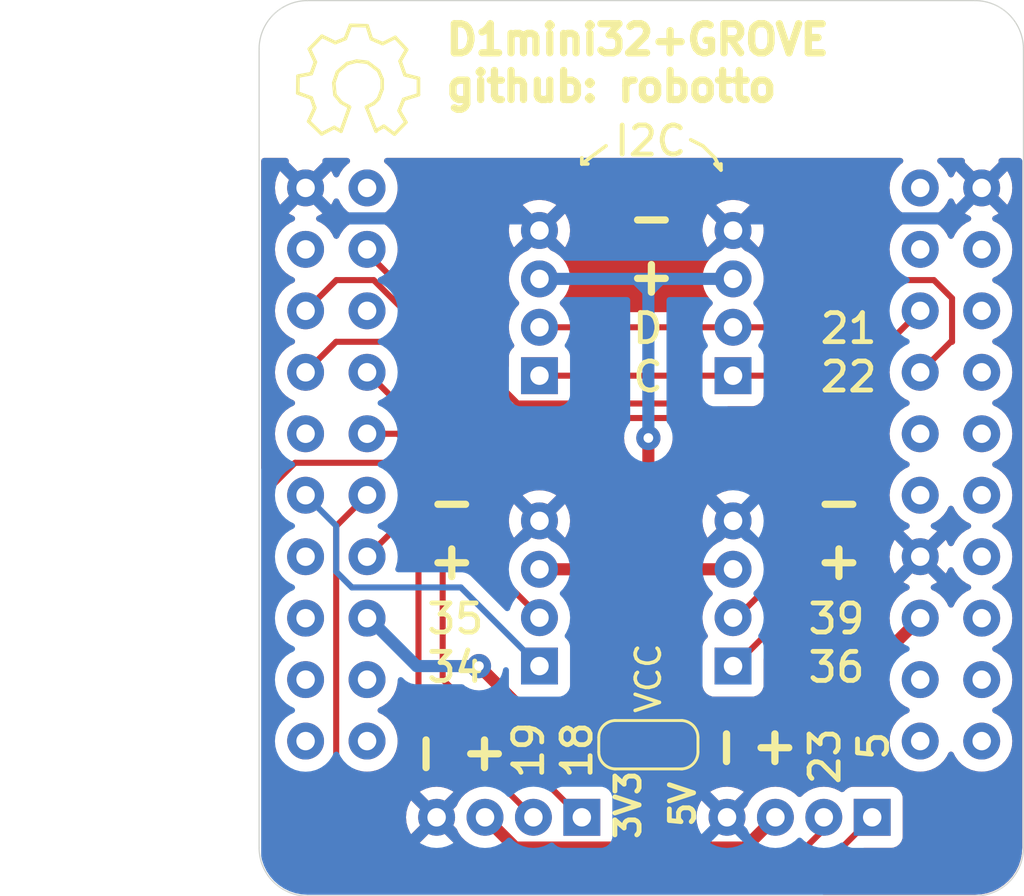
<source format=kicad_pcb>
(kicad_pcb (version 20240108) (generator "pcbnew") (generator_version "8.0")
  (layers (0 "F.Cu" signal) (31 "B.Cu" signal) (34 "B.Paste" user) (35 "F.Paste" user) (36 "B.SilkS" user "B.Silkscreen") (37 "F.SilkS" user "F.Silkscreen") (38 "B.Mask" user) (39 "F.Mask" user) (44 "Edge.Cuts" user))
  (net 0 "")
  (net 5 "+3.3V")
  (net 13 "GND")
  (net 28 "/IO5")
  (net 29 "/SCL")
  (net 30 "/SDA")
  (net 31 "/IO39")
  (net 32 "/IO36")
  (net 33 "/IO35")
  (net 34 "/IO34")
  (net 35 "/IO18")
  (net 36 "/IO19")
  (net 37 "/IO23")
  (net 38 "+5V")
  (net 39 "VCC")
  (footprint "pretty:NS-Tech_Grove_1x04_P2mm_Vertical" (layer "F.Cu") (at 110.25 78.75 -90)
    (property "Reference" "J3" (hide yes))
    (property "Value" "Conn_01x04_Pin" (hide yes))
    (pad "1" thru_hole rect (at 0 0 270) (size 1.524 1.524) (drill 0.762) (layers "*.Cu" "*.Mask") (net 35 "/IO18"))
    (pad "2" thru_hole circle (at 0 2 270) (size 1.524 1.524) (drill 0.762) (layers "*.Cu" "*.Mask") (net 36 "/IO19"))
    (pad "3" thru_hole circle (at 0 4 270) (size 1.524 1.524) (drill 0.762) (layers "*.Cu" "*.Mask") (net 39 "VCC"))
    (pad "4" thru_hole circle (at 0 6 270) (size 1.524 1.524) (drill 0.762) (layers "*.Cu" "*.Mask") (net 13 "GND"))
  )
  (footprint "pretty:NS-Tech_Grove_1x04_P2mm_Vertical" (layer "F.Cu") (at 116.5 60.5 180)
    (property "Reference" "I2C_1" (hide yes))
    (property "Value" "Conn_01x04_Pin" (hide yes))
    (pad "1" thru_hole rect (at 0 0 180) (size 1.524 1.524) (drill 0.762) (layers "*.Cu" "*.Mask") (net 29 "/SCL"))
    (pad "2" thru_hole circle (at 0 2 180) (size 1.524 1.524) (drill 0.762) (layers "*.Cu" "*.Mask") (net 30 "/SDA"))
    (pad "3" thru_hole circle (at 0 4 180) (size 1.524 1.524) (drill 0.762) (layers "*.Cu" "*.Mask") (net 39 "VCC"))
    (pad "4" thru_hole circle (at 0 6 180) (size 1.524 1.524) (drill 0.762) (layers "*.Cu" "*.Mask") (net 13 "GND"))
  )
  (footprint "pretty:OSHW" (layer "F.Cu") (at 101 48.5)
    (property "Reference" "" (hide yes))
    (property "Value" "OSHW" (hide yes))
    (fp_line (start -2.4892 0.32004) (end -1.9304 0.5207) (stroke (width 0.15)) (layer "F.SilkS"))
    (fp_line (start -2.47904 -0.381) (end -2.4892 0.32004) (stroke (width 0.15)) (layer "F.SilkS"))
    (fp_line (start -2.03962 1.49098) (end -1.50114 2.00914) (stroke (width 0.15)) (layer "F.SilkS"))
    (fp_line (start -2.00914 -1.50114) (end -1.76022 -0.96012) (stroke (width 0.15)) (layer "F.SilkS"))
    (fp_line (start -1.9304 -0.48006) (end -2.47904 -0.381) (stroke (width 0.15)) (layer "F.SilkS"))
    (fp_line (start -1.9304 0.5207) (end -1.7907 0.91948) (stroke (width 0.15)) (layer "F.SilkS"))
    (fp_line (start -1.78054 0.92964) (end -2.03962 1.49098) (stroke (width 0.15)) (layer "F.SilkS"))
    (fp_line (start -1.76022 -0.96012) (end -1.9304 -0.48006) (stroke (width 0.15)) (layer "F.SilkS"))
    (fp_line (start -1.50114 2.00914) (end -0.98044 1.7399) (stroke (width 0.15)) (layer "F.SilkS"))
    (fp_line (start -1.49098 -2.02946) (end -2.00914 -1.50114) (stroke (width 0.15)) (layer "F.SilkS"))
    (fp_line (start -1.00076 -0.09906) (end -0.94996 0.39878) (stroke (width 0.15)) (layer "F.SilkS"))
    (fp_line (start -0.98044 1.7399) (end -0.70104 1.89992) (stroke (width 0.15)) (layer "F.SilkS"))
    (fp_line (start -0.94996 0.39878) (end -0.70104 0.70104) (stroke (width 0.15)) (layer "F.SilkS"))
    (fp_line (start -0.9398 -1.76022) (end -1.49098 -2.02946) (stroke (width 0.15)) (layer "F.SilkS"))
    (fp_line (start -0.8509 -0.55118) (end -1.00076 -0.09906) (stroke (width 0.15)) (layer "F.SilkS"))
    (fp_line (start -0.70104 0.70104) (end -0.35052 0.89916) (stroke (width 0.15)) (layer "F.SilkS"))
    (fp_line (start -0.5207 -1.9304) (end -0.9398 -1.76022) (stroke (width 0.15)) (layer "F.SilkS"))
    (fp_line (start -0.44958 -0.89916) (end -0.8509 -0.55118) (stroke (width 0.15)) (layer "F.SilkS"))
    (fp_line (start -0.35052 0.89916) (end -0.70104 1.89992) (stroke (width 0.15)) (layer "F.SilkS"))
    (fp_line (start -0.30988 -2.47904) (end -0.5207 -1.9304) (stroke (width 0.15)) (layer "F.SilkS"))
    (fp_line (start -0.0508 -1.00076) (end -0.44958 -0.89916) (stroke (width 0.15)) (layer "F.SilkS"))
    (fp_line (start 0.35052 0.89916) (end 0.65024 0.7493) (stroke (width 0.15)) (layer "F.SilkS"))
    (fp_line (start 0.35052 0.89916) (end 0.7493 1.89992) (stroke (width 0.15)) (layer "F.SilkS"))
    (fp_line (start 0.381 -2.46126) (end -0.30988 -2.47904) (stroke (width 0.15)) (layer "F.SilkS"))
    (fp_line (start 0.39878 -0.94996) (end -0.0508 -1.00076) (stroke (width 0.15)) (layer "F.SilkS"))
    (fp_line (start 0.55118 -1.92024) (end 0.381 -2.46126) (stroke (width 0.15)) (layer "F.SilkS"))
    (fp_line (start 0.65024 0.7493) (end 0.8509 0.55118) (stroke (width 0.15)) (layer "F.SilkS"))
    (fp_line (start 0.73914 1.8796) (end 1.06934 1.6891) (stroke (width 0.15)) (layer "F.SilkS"))
    (fp_line (start 0.8509 -0.59944) (end 0.39878 -0.94996) (stroke (width 0.15)) (layer "F.SilkS"))
    (fp_line (start 0.8509 0.55118) (end 1.00076 0.14986) (stroke (width 0.15)) (layer "F.SilkS"))
    (fp_line (start 1.00076 -0.24892) (end 0.8509 -0.59944) (stroke (width 0.15)) (layer "F.SilkS"))
    (fp_line (start 1.00076 0.14986) (end 1.00076 -0.24892) (stroke (width 0.15)) (layer "F.SilkS"))
    (fp_line (start 1.02108 -1.71958) (end 0.55118 -1.92024) (stroke (width 0.15)) (layer "F.SilkS"))
    (fp_line (start 1.06934 1.6891) (end 1.50876 2.0193) (stroke (width 0.15)) (layer "F.SilkS"))
    (fp_line (start 1.50876 2.0193) (end 1.9812 1.52908) (stroke (width 0.15)) (layer "F.SilkS"))
    (fp_line (start 1.53924 -1.9812) (end 1.02108 -1.71958) (stroke (width 0.15)) (layer "F.SilkS"))
    (fp_line (start 1.69926 1.04902) (end 1.88976 0.57912) (stroke (width 0.15)) (layer "F.SilkS"))
    (fp_line (start 1.7399 -1.00076) (end 2.00914 -1.47066) (stroke (width 0.15)) (layer "F.SilkS"))
    (fp_line (start 1.88976 0.57912) (end 2.49936 0.39116) (stroke (width 0.15)) (layer "F.SilkS"))
    (fp_line (start 1.94056 -0.42926) (end 1.7399 -1.00076) (stroke (width 0.15)) (layer "F.SilkS"))
    (fp_line (start 1.9812 1.52908) (end 1.69926 1.04902) (stroke (width 0.15)) (layer "F.SilkS"))
    (fp_line (start 2.00914 -1.47066) (end 1.53924 -1.9812) (stroke (width 0.15)) (layer "F.SilkS"))
    (fp_line (start 2.49936 -0.28956) (end 1.94056 -0.42926) (stroke (width 0.15)) (layer "F.SilkS"))
    (fp_line (start 2.49936 0.39116) (end 2.49936 -0.28956) (stroke (width 0.15)) (layer "F.SilkS"))
  )
  (footprint "pretty:NS-Tech_Grove_1x04_P2mm_Vertical" (layer "F.Cu") (at 108.5 60.5 180)
    (property "Reference" "I2C_2" (hide yes))
    (property "Value" "Conn_01x04_Pin" (hide yes))
    (pad "1" thru_hole rect (at 0 0 180) (size 1.524 1.524) (drill 0.762) (layers "*.Cu" "*.Mask") (net 29 "/SCL"))
    (pad "2" thru_hole circle (at 0 2 180) (size 1.524 1.524) (drill 0.762) (layers "*.Cu" "*.Mask") (net 30 "/SDA"))
    (pad "3" thru_hole circle (at 0 4 180) (size 1.524 1.524) (drill 0.762) (layers "*.Cu" "*.Mask") (net 39 "VCC"))
    (pad "4" thru_hole circle (at 0 6 180) (size 1.524 1.524) (drill 0.762) (layers "*.Cu" "*.Mask") (net 13 "GND"))
  )
  (footprint "pretty:NS-Tech_Grove_1x04_P2mm_Vertical" (layer "F.Cu") (at 116.5 72.5 180)
    (property "Reference" "J1" (hide yes))
    (property "Value" "Conn_01x04_Pin" (hide yes))
    (pad "1" thru_hole rect (at 0 0 180) (size 1.524 1.524) (drill 0.762) (layers "*.Cu" "*.Mask") (net 32 "/IO36"))
    (pad "2" thru_hole circle (at 0 2 180) (size 1.524 1.524) (drill 0.762) (layers "*.Cu" "*.Mask") (net 31 "/IO39"))
    (pad "3" thru_hole circle (at 0 4 180) (size 1.524 1.524) (drill 0.762) (layers "*.Cu" "*.Mask") (net 39 "VCC"))
    (pad "4" thru_hole circle (at 0 6 180) (size 1.524 1.524) (drill 0.762) (layers "*.Cu" "*.Mask") (net 13 "GND"))
  )
  (footprint "pretty:NS-Tech_Grove_1x04_P2mm_Vertical" (layer "F.Cu") (at 122.25 78.75 -90)
    (property "Reference" "J4" (hide yes))
    (property "Value" "Conn_01x04_Pin" (hide yes))
    (pad "1" thru_hole rect (at 0 0 270) (size 1.524 1.524) (drill 0.762) (layers "*.Cu" "*.Mask") (net 28 "/IO5"))
    (pad "2" thru_hole circle (at 0 2 270) (size 1.524 1.524) (drill 0.762) (layers "*.Cu" "*.Mask") (net 37 "/IO23"))
    (pad "3" thru_hole circle (at 0 4 270) (size 1.524 1.524) (drill 0.762) (layers "*.Cu" "*.Mask") (net 39 "VCC"))
    (pad "4" thru_hole circle (at 0 6 270) (size 1.524 1.524) (drill 0.762) (layers "*.Cu" "*.Mask") (net 13 "GND"))
  )
  (footprint "Jumper:SolderJumper-3_P1.3mm_Bridged12_RoundedPad1.0x1.5mm_NumberLabels" (layer "F.Cu") (at 113 75.75)
    (property "Reference" "VCC" (at 0 -2.75 90) (layer "F.SilkS"))
    (property "Value" "SolderJumper_3_Bridged12")
    (fp_poly (pts (xy -0.9 -0.3) (xy -0.4 -0.3) (xy -0.4 0.3) (xy -0.9 0.3)) (fill solid) (layer "F.Cu"))
    (fp_line (start -2.05 0.3) (end -2.05 -0.3) (stroke (width 0.12)) (layer "F.SilkS"))
    (fp_line (start -1.4 -1) (end 1.4 -1) (stroke (width 0.12)) (layer "F.SilkS"))
    (fp_line (start 1.4 1) (end -1.4 1) (stroke (width 0.12)) (layer "F.SilkS"))
    (fp_line (start 2.05 -0.3) (end 2.05 0.3) (stroke (width 0.12)) (layer "F.SilkS"))
    (fp_arc (start -2.05 -0.3) (mid -1.844975 -0.794975) (end -1.35 -1) (stroke (width 0.12)) (layer "F.SilkS"))
    (fp_arc (start -1.35 1) (mid -1.844975 0.794975) (end -2.05 0.3) (stroke (width 0.12)) (layer "F.SilkS"))
    (fp_arc (start 1.35 -1) (mid 1.844975 -0.794975) (end 2.05 -0.3) (stroke (width 0.12)) (layer "F.SilkS"))
    (fp_arc (start 2.05 0.3) (mid 1.844975 0.794975) (end 1.35 1) (stroke (width 0.12)) (layer "F.SilkS"))
    (pad "1" smd custom (at -1.3 0) (size 1 0.5) (layers "F.Cu" "F.Mask") (net 5 "+3.3V") (options (clearance outline) (anchor rect)) (primitives (gr_poly (pts (xy 0.55 0.75) (xy 0 0.75) (xy 0 -0.75) (xy 0.55 -0.75)) (width 0) (fill yes)) (gr_circle (center 0 0.25) (end 0.5 0.25) (width 0) (fill yes)) (gr_circle (center 0 -0.25) (end 0.5 -0.25) (width 0) (fill yes))))
    (pad "2" smd rect (at 0 0) (size 1 1.5) (layers "F.Cu" "F.Mask") (net 39 "VCC"))
    (pad "3" smd custom (at 1.3 0) (size 1 0.5) (layers "F.Cu" "F.Mask") (net 38 "+5V") (options (clearance outline) (anchor rect)) (primitives (gr_circle (center 0 0.25) (end 0.5 0.25) (width 0) (fill yes)) (gr_circle (center 0 -0.25) (end 0.5 -0.25) (width 0) (fill yes)) (gr_poly (pts (xy 0 0.75) (xy -0.55 0.75) (xy -0.55 -0.75) (xy 0 -0.75)) (width 0) (fill yes))))
  )
  (footprint "esp32-wemos-d1-mini:esp32-wemos-d1-mini" (layer "F.Cu") (at 112.805 64.17)
    (property "Reference" "U1" (hide yes))
    (property "Value" "esp32-wemos-d1-mini")
    (pad "1" thru_hole circle (at -13.97 -11.43) (size 1.524 1.524) (drill 0.762) (layers "*.Cu" "*.Mask") (net 13 "GND"))
    (pad "2" thru_hole circle (at -11.43 -11.43) (size 1.524 1.524) (drill 0.762) (layers "*.Cu" "*.Mask"))
    (pad "3" thru_hole circle (at -13.97 -8.89) (size 1.524 1.524) (drill 0.762) (layers "*.Cu" "*.Mask"))
    (pad "4" thru_hole circle (at -11.43 -8.89) (size 1.524 1.524) (drill 0.762) (layers "*.Cu" "*.Mask") (net 32 "/IO36"))
    (pad "5" thru_hole circle (at -13.97 -6.35) (size 1.524 1.524) (drill 0.762) (layers "*.Cu" "*.Mask") (net 31 "/IO39"))
    (pad "6" thru_hole circle (at -11.43 -6.35) (size 1.524 1.524) (drill 0.762) (layers "*.Cu" "*.Mask"))
    (pad "7" thru_hole circle (at -13.97 -3.81) (size 1.524 1.524) (drill 0.762) (layers "*.Cu" "*.Mask") (net 33 "/IO35"))
    (pad "8" thru_hole circle (at -11.43 -3.81) (size 1.524 1.524) (drill 0.762) (layers "*.Cu" "*.Mask") (net 35 "/IO18"))
    (pad "9" thru_hole circle (at -13.97 -1.27) (size 1.524 1.524) (drill 0.762) (layers "*.Cu" "*.Mask"))
    (pad "10" thru_hole circle (at -11.43 -1.27) (size 1.524 1.524) (drill 0.762) (layers "*.Cu" "*.Mask") (net 36 "/IO19"))
    (pad "11" thru_hole circle (at -13.97 1.27) (size 1.524 1.524) (drill 0.762) (layers "*.Cu" "*.Mask") (net 34 "/IO34"))
    (pad "12" thru_hole circle (at -11.43 1.27) (size 1.524 1.524) (drill 0.762) (layers "*.Cu" "*.Mask") (net 37 "/IO23"))
    (pad "13" thru_hole circle (at -13.97 3.81) (size 1.524 1.524) (drill 0.762) (layers "*.Cu" "*.Mask"))
    (pad "14" thru_hole circle (at -11.43 3.81) (size 1.524 1.524) (drill 0.762) (layers "*.Cu" "*.Mask") (net 28 "/IO5"))
    (pad "15" thru_hole circle (at -13.97 6.35) (size 1.524 1.524) (drill 0.762) (layers "*.Cu" "*.Mask"))
    (pad "16" thru_hole circle (at -11.43 6.35) (size 1.524 1.524) (drill 0.762) (layers "*.Cu" "*.Mask") (net 5 "+3.3V"))
    (pad "17" thru_hole circle (at -13.97 8.89) (size 1.524 1.524) (drill 0.762) (layers "*.Cu" "*.Mask"))
    (pad "18" thru_hole circle (at -11.43 8.89) (size 1.524 1.524) (drill 0.762) (layers "*.Cu" "*.Mask"))
    (pad "19" thru_hole circle (at -13.97 11.43) (size 1.524 1.524) (drill 0.762) (layers "*.Cu" "*.Mask"))
    (pad "20" thru_hole circle (at -11.43 11.43) (size 1.524 1.524) (drill 0.762) (layers "*.Cu" "*.Mask"))
    (pad "21" thru_hole circle (at 11.43 -11.43) (size 1.524 1.524) (drill 0.762) (layers "*.Cu" "*.Mask"))
    (pad "22" thru_hole circle (at 13.97 -11.43) (size 1.524 1.524) (drill 0.762) (layers "*.Cu" "*.Mask") (net 13 "GND"))
    (pad "23" thru_hole circle (at 11.43 -8.89) (size 1.524 1.524) (drill 0.762) (layers "*.Cu" "*.Mask"))
    (pad "24" thru_hole circle (at 13.97 -8.89) (size 1.524 1.524) (drill 0.762) (layers "*.Cu" "*.Mask"))
    (pad "25" thru_hole circle (at 11.43 -6.35) (size 1.524 1.524) (drill 0.762) (layers "*.Cu" "*.Mask") (net 29 "/SCL"))
    (pad "26" thru_hole circle (at 13.97 -6.35) (size 1.524 1.524) (drill 0.762) (layers "*.Cu" "*.Mask"))
    (pad "27" thru_hole circle (at 11.43 -3.81) (size 1.524 1.524) (drill 0.762) (layers "*.Cu" "*.Mask") (net 30 "/SDA"))
    (pad "28" thru_hole circle (at 13.97 -3.81) (size 1.524 1.524) (drill 0.762) (layers "*.Cu" "*.Mask"))
    (pad "29" thru_hole circle (at 11.43 -1.27) (size 1.524 1.524) (drill 0.762) (layers "*.Cu" "*.Mask"))
    (pad "30" thru_hole circle (at 13.97 -1.27) (size 1.524 1.524) (drill 0.762) (layers "*.Cu" "*.Mask"))
    (pad "31" thru_hole circle (at 11.43 1.27) (size 1.524 1.524) (drill 0.762) (layers "*.Cu" "*.Mask"))
    (pad "32" thru_hole circle (at 13.97 1.27) (size 1.524 1.524) (drill 0.762) (layers "*.Cu" "*.Mask"))
    (pad "33" thru_hole circle (at 11.43 3.81) (size 1.524 1.524) (drill 0.762) (layers "*.Cu" "*.Mask") (net 13 "GND"))
    (pad "34" thru_hole circle (at 13.97 3.81) (size 1.524 1.524) (drill 0.762) (layers "*.Cu" "*.Mask"))
    (pad "35" thru_hole circle (at 11.43 6.35) (size 1.524 1.524) (drill 0.762) (layers "*.Cu" "*.Mask") (net 38 "+5V"))
    (pad "36" thru_hole circle (at 13.97 6.35) (size 1.524 1.524) (drill 0.762) (layers "*.Cu" "*.Mask"))
    (pad "37" thru_hole circle (at 11.43 8.89) (size 1.524 1.524) (drill 0.762) (layers "*.Cu" "*.Mask"))
    (pad "38" thru_hole circle (at 13.97 8.89) (size 1.524 1.524) (drill 0.762) (layers "*.Cu" "*.Mask"))
    (pad "39" thru_hole circle (at 11.43 11.43) (size 1.524 1.524) (drill 0.762) (layers "*.Cu" "*.Mask"))
    (pad "40" thru_hole circle (at 13.97 11.43) (size 1.524 1.524) (drill 0.762) (layers "*.Cu" "*.Mask"))
  )
  (footprint "pretty:NS-Tech_Grove_1x04_P2mm_Vertical" (layer "F.Cu") (at 108.5 72.5 180)
    (property "Reference" "J2" (hide yes))
    (property "Value" "Conn_01x04_Pin" (hide yes))
    (pad "1" thru_hole rect (at 0 0 180) (size 1.524 1.524) (drill 0.762) (layers "*.Cu" "*.Mask") (net 34 "/IO34"))
    (pad "2" thru_hole circle (at 0 2 180) (size 1.524 1.524) (drill 0.762) (layers "*.Cu" "*.Mask") (net 33 "/IO35"))
    (pad "3" thru_hole circle (at 0 4 180) (size 1.524 1.524) (drill 0.762) (layers "*.Cu" "*.Mask") (net 39 "VCC"))
    (pad "4" thru_hole circle (at 0 6 180) (size 1.524 1.524) (drill 0.762) (layers "*.Cu" "*.Mask") (net 13 "GND"))
  )
  (gr_line (start 110.5 51.75) (end 110.25 51.75) (stroke (width 0.15)) (layer "F.SilkS"))
  (gr_line (start 110.25 51.5) (end 110.25 51.75) (stroke (width 0.15)) (layer "F.SilkS"))
  (gr_line (start 110.25 51.75) (end 110.25 51.5) (stroke (width 0.15)) (layer "F.SilkS"))
  (gr_line (start 115.75 51.5) (end 116 52) (stroke (width 0.15)) (layer "F.SilkS"))
  (gr_line (start 116 52) (end 116 51.75) (stroke (width 0.15)) (layer "F.SilkS"))
  (gr_line (start 111.25 51) (end 110.25 51.75) (stroke (width 0.15)) (layer "F.SilkS"))
  (gr_line (start 116 52) (end 115.75 51.75) (stroke (width 0.15)) (layer "F.SilkS"))
  (gr_line (start 115.25 51) (end 115.75 51.5) (stroke (width 0.15)) (layer "F.SilkS"))
  (gr_line (start 114.75 50.75) (end 115.25 51) (stroke (width 0.15)) (layer "F.SilkS"))
  (gr_arc (start 96.914214 47) (mid 97.5 45.585786) (end 98.914214 45) (stroke (width 0.05)) (layer "Edge.Cuts"))
  (gr_arc (start 98.914214 82) (mid 97.5 81.414214) (end 96.914214 80) (stroke (width 0.05)) (layer "Edge.Cuts"))
  (gr_arc (start 128.5 80) (mid 127.914214 81.414214) (end 126.5 82) (stroke (width 0.05)) (layer "Edge.Cuts"))
  (gr_line (start 98.914214 45) (end 126.5 45) (stroke (width 0.05)) (layer "Edge.Cuts"))
  (gr_arc (start 126.5 45) (mid 127.914214 45.585786) (end 128.5 47) (stroke (width 0.05)) (layer "Edge.Cuts"))
  (gr_line (start 128.5 47) (end 128.5 80) (stroke (width 0.05)) (layer "Edge.Cuts"))
  (gr_line (start 126.5 82) (end 98.914214 82) (stroke (width 0.05)) (layer "Edge.Cuts"))
  (gr_line (start 96.914214 80) (end 96.914214 47) (stroke (width 0.05)) (layer "Edge.Cuts"))
  (gr_text "21" (at 120 59.25 0) (layer "F.SilkS") (effects (font (size 1.2 1.2) (thickness 0.2) (bold yes)) (justify left bottom)))
  (gr_text "-\n+" (at 119.75 69 0) (layer "F.SilkS") (effects (font (size 1.5 1.5) (thickness 0.3) (bold yes)) (justify left bottom)))
  (gr_text "35" (at 103.75 71.25 0) (layer "F.SilkS") (effects (font (size 1.2 1.2) (thickness 0.2) (bold yes)) (justify left bottom)))
  (gr_text "5V" (at 115 79.25 90) (layer "F.SilkS") (effects (font (size 1 1) (thickness 0.2) (bold yes)) (justify left bottom)))
  (gr_text "36" (at 119.5 73.25 0) (layer "F.SilkS") (effects (font (size 1.2 1.2) (thickness 0.2) (bold yes)) (justify left bottom)))
  (gr_text "-\n+" (at 107 77.25 90) (layer "F.SilkS") (effects (font (size 1.5 1.5) (thickness 0.3) (bold yes)) (justify left bottom)))
  (gr_text "I2C" (at 111.5 51.5 0) (layer "F.SilkS") (effects (font (size 1.2 1.2) (thickness 0.2) (bold yes)) (justify left bottom)))
  (gr_text "-\n+" (at 112 57.25 0) (layer "F.SilkS") (effects (font (size 1.5 1.5) (thickness 0.3) (bold yes)) (justify left bottom)))
  (gr_text "5" (at 123 76.5 90) (layer "F.SilkS") (effects (font (size 1.2 1.2) (thickness 0.2) (bold yes)) (justify left bottom)))
  (gr_text "39" (at 119.5 71.25 0) (layer "F.SilkS") (effects (font (size 1.2 1.2) (thickness 0.2) (bold yes)) (justify left bottom)))
  (gr_text "C" (at 112.25 61.25 0) (layer "F.SilkS") (effects (font (size 1.2 1.2) (thickness 0.2) (bold yes)) (justify left bottom)))
  (gr_text "3V3" (at 112.75 79.75 90) (layer "F.SilkS") (effects (font (size 1 1) (thickness 0.2) (bold yes)) (justify left bottom)))
  (gr_text "D1mini32+GROVE\ngithub: robotto" (at 104.5 49.25 0) (layer "F.SilkS") (effects (font (size 1.2 1.2) (thickness 0.3) (bold yes)) (justify left bottom)))
  (gr_text "18" (at 110.75 77.25 90) (layer "F.SilkS") (effects (font (size 1.2 1.2) (thickness 0.2) (bold yes)) (justify left bottom)))
  (gr_text "19" (at 108.75 77.25 90) (layer "F.SilkS") (effects (font (size 1.2 1.2) (thickness 0.2) (bold yes)) (justify left bottom)))
  (gr_text "22" (at 120 61.25 0) (layer "F.SilkS") (effects (font (size 1.2 1.2) (thickness 0.2) (bold yes)) (justify left bottom)))
  (gr_text "D" (at 112.25 59.25 0) (layer "F.SilkS") (effects (font (size 1.2 1.2) (thickness 0.2) (bold yes)) (justify left bottom)))
  (gr_text "+" (at 119 77 90) (layer "F.SilkS") (effects (font (size 1.5 1.5) (thickness 0.3) (bold yes)) (justify left bottom)))
  (gr_text "23" (at 121 77.5 90) (layer "F.SilkS") (effects (font (size 1.2 1.2) (thickness 0.2) (bold yes)) (justify left bottom)))
  (gr_text "-\n" (at 117 77 90) (layer "F.SilkS") (effects (font (size 1.5 1.5) (thickness 0.3) (bold yes)) (justify left bottom)))
  (gr_text "-\n+" (at 103.75 69 0) (layer "F.SilkS") (effects (font (size 1.5 1.5) (thickness 0.3) (bold yes)) (justify left bottom)))
  (gr_text "34" (at 103.75 73.25 0) (layer "F.SilkS") (effects (font (size 1.2 1.2) (thickness 0.2) (bold yes)) (justify left bottom)))
  (segment (start 106 72.5) (end 109.25 75.75) (width 0.5) (layer "F.Cu") (net 5))
  (segment (start 109.25 75.75) (end 111.7 75.75) (width 0.5) (layer "F.Cu") (net 5))
  (via (at 106 72.5) (size 1) (drill 0.4) (layers "F.Cu" "B.Cu") (net 5))
  (segment (start 106 72.5) (end 103.425 72.5) (width 0.5) (layer "B.Cu") (net 5))
  (segment (start 103.425 72.5) (end 101.445 70.52) (width 0.5) (layer "B.Cu") (net 5))
  (segment (start 101.445 70.52) (end 101.375 70.52) (width 0.5) (layer "B.Cu") (net 5))
  (segment (start 100.095 54) (end 108 54) (width 0.5) (layer "B.Cu") (net 13))
  (segment (start 116.5 54.5) (end 117 54) (width 0.5) (layer "B.Cu") (net 13))
  (segment (start 108 54) (end 108.5 54.5) (width 0.5) (layer "B.Cu") (net 13))
  (segment (start 98.835 52.74) (end 100.095 54) (width 0.5) (layer "B.Cu") (net 13))
  (segment (start 117 54) (end 125.515 54) (width 0.5) (layer "B.Cu") (net 13))
  (segment (start 125.515 54) (end 126.775 52.74) (width 0.5) (layer "B.Cu") (net 13))
  (segment (start 102.8 64.8) (end 102.1 64.1) (width 0.25) (layer "F.Cu") (net 28))
  (segment (start 97.35 77.35) (end 101.25 81.25) (width 0.25) (layer "F.Cu") (net 28))
  (segment (start 101.375 67.98) (end 102.8 66.555) (width 0.25) (layer "F.Cu") (net 28))
  (segment (start 119.75 81.25) (end 122.25 78.75) (width 0.25) (layer "F.Cu") (net 28))
  (segment (start 102.1 64.1) (end 98.4 64.1) (width 0.25) (layer "F.Cu") (net 28))
  (segment (start 102.8 66.555) (end 102.8 64.8) (width 0.25) (layer "F.Cu") (net 28))
  (segment (start 98.4 64.1) (end 97.35 65.15) (width 0.25) (layer "F.Cu") (net 28))
  (segment (start 97.35 65.15) (end 97.35 77.35) (width 0.25) (layer "F.Cu") (net 28))
  (segment (start 101.25 81.25) (end 119.75 81.25) (width 0.25) (layer "F.Cu") (net 28))
  (segment (start 121.555 60.5) (end 124.235 57.82) (width 0.25) (layer "F.Cu") (net 29))
  (segment (start 116.5 60.5) (end 121.555 60.5) (width 0.25) (layer "F.Cu") (net 29))
  (segment (start 108.5 60.5) (end 116.5 60.5) (width 0.25) (layer "F.Cu") (net 29))
  (segment (start 125.55 59.1) (end 125.495 59.1) (width 0.25) (layer "F.Cu") (net 30))
  (segment (start 121.55 58.5) (end 123.5 56.55) (width 0.25) (layer "F.Cu") (net 30))
  (segment (start 123.5 56.55) (end 124.8 56.55) (width 0.25) (layer "F.Cu") (net 30))
  (segment (start 116.5 58.5) (end 121.55 58.5) (width 0.25) (layer "F.Cu") (net 30))
  (segment (start 124.8 56.55) (end 125.55 57.3) (width 0.25) (layer "F.Cu") (net 30))
  (segment (start 125.495 59.1) (end 124.235 60.36) (width 0.25) (layer "F.Cu") (net 30))
  (segment (start 108.5 58.5) (end 116.5 58.5) (width 0.25) (layer "F.Cu") (net 30))
  (segment (start 125.55 57.3) (end 125.55 59.1) (width 0.25) (layer "F.Cu") (net 30))
  (segment (start 118 65.85) (end 114.4 62.25) (width 0.25) (layer "F.Cu") (net 31))
  (segment (start 114.4 62.25) (end 107.35 62.25) (width 0.25) (layer "F.Cu") (net 31))
  (segment (start 107.35 62.25) (end 101.65 56.55) (width 0.25) (layer "F.Cu") (net 31))
  (segment (start 100.105 56.55) (end 98.835 57.82) (width 0.25) (layer "F.Cu") (net 31))
  (segment (start 101.65 56.55) (end 100.105 56.55) (width 0.25) (layer "F.Cu") (net 31))
  (segment (start 118 69.15) (end 118 65.85) (width 0.25) (layer "F.Cu") (net 31))
  (segment (start 116.625 70.525) (end 118 69.15) (width 0.25) (layer "F.Cu") (net 31))
  (segment (start 118.7 70.35) (end 116.625 72.425) (width 0.25) (layer "F.Cu") (net 32))
  (segment (start 116.625 72.425) (end 116.625 72.525) (width 0.25) (layer "F.Cu") (net 32))
  (segment (start 101.375 55.28) (end 101.375 55.425) (width 0.25) (layer "F.Cu") (net 32))
  (segment (start 107.6 61.65) (end 115 61.65) (width 0.25) (layer "F.Cu") (net 32))
  (segment (start 115 61.65) (end 118.7 65.35) (width 0.25) (layer "F.Cu") (net 32))
  (segment (start 101.375 55.425) (end 107.6 61.65) (width 0.25) (layer "F.Cu") (net 32))
  (segment (start 118.7 65.35) (end 118.7 70.35) (width 0.25) (layer "F.Cu") (net 32))
  (segment (start 108.55 70.5) (end 105.25 67.2) (width 0.25) (layer "F.Cu") (net 33))
  (segment (start 105.25 67.2) (end 105.25 61.95) (width 0.25) (layer "F.Cu") (net 33))
  (segment (start 105.25 61.95) (end 102.4 59.1) (width 0.25) (layer "F.Cu") (net 33))
  (segment (start 108.5 70.5) (end 108.55 70.5) (width 0.25) (layer "F.Cu") (net 33))
  (segment (start 102.4 59.1) (end 100.095 59.1) (width 0.25) (layer "F.Cu") (net 33))
  (segment (start 100.095 59.1) (end 98.835 60.36) (width 0.25) (layer "F.Cu") (net 33))
  (segment (start 105.25 69.25) (end 108.5 72.5) (width 0.25) (layer "B.Cu") (net 34))
  (segment (start 100.1 66.705) (end 100.1 68.6) (width 0.25) (layer "B.Cu") (net 34))
  (segment (start 98.835 65.44) (end 100.1 66.705) (width 0.25) (layer "B.Cu") (net 34))
  (segment (start 100.75 69.25) (end 105.25 69.25) (width 0.25) (layer "B.Cu") (net 34))
  (segment (start 100.1 68.6) (end 100.75 69.25) (width 0.25) (layer "B.Cu") (net 34))
  (segment (start 104.5 73.05) (end 104.5 63.485) (width 0.25) (layer "F.Cu") (net 35))
  (segment (start 104.5 63.485) (end 101.375 60.36) (width 0.25) (layer "F.Cu") (net 35))
  (segment (start 110.25 78.75) (end 110.2 78.75) (width 0.25) (layer "F.Cu") (net 35))
  (segment (start 110.2 78.75) (end 104.5 73.05) (width 0.25) (layer "F.Cu") (net 35))
  (segment (start 108.25 78.75) (end 103.5 74) (width 0.25) (layer "F.Cu") (net 36))
  (segment (start 103.5 63.75) (end 102.65 62.9) (width 0.25) (layer "F.Cu") (net 36))
  (segment (start 103.5 74) (end 103.5 63.75) (width 0.25) (layer "F.Cu") (net 36))
  (segment (start 102.65 62.9) (end 101.375 62.9) (width 0.25) (layer "F.Cu") (net 36))
  (segment (start 120.25 78.75) (end 120.25 79.25) (width 0.25) (layer "F.Cu") (net 37))
  (segment (start 100.1 66.715) (end 101.375 65.44) (width 0.25) (layer "F.Cu") (net 37))
  (segment (start 101.4 80.65) (end 100.1 79.35) (width 0.25) (layer "F.Cu") (net 37))
  (segment (start 118.85 80.65) (end 101.4 80.65) (width 0.25) (layer "F.Cu") (net 37))
  (segment (start 100.1 79.35) (end 100.1 66.715) (width 0.25) (layer "F.Cu") (net 37))
  (segment (start 120.25 79.25) (end 118.85 80.65) (width 0.25) (layer "F.Cu") (net 37))
  (segment (start 119.005 75.75) (end 114.3 75.75) (width 0.5) (layer "F.Cu") (net 38))
  (segment (start 124.235 70.52) (end 119.005 75.75) (width 0.5) (layer "F.Cu") (net 38))
  (segment (start 112.5 68.5) (end 113 68) (width 0.5) (layer "F.Cu") (net 39))
  (segment (start 112.5 80) (end 107.5 80) (width 0.5) (layer "F.Cu") (net 39))
  (segment (start 117 80) (end 113.5 80) (width 0.5) (layer "F.Cu") (net 39))
  (segment (start 113 69) (end 113.5 68.5) (width 0.5) (layer "F.Cu") (net 39))
  (segment (start 113.5 80) (end 113 80) (width 0.5) (layer "F.Cu") (net 39))
  (segment (start 113 79.5) (end 113 69) (width 0.5) (layer "F.Cu") (net 39))
  (segment (start 112.5 68.5) (end 113 69) (width 0.5) (layer "F.Cu") (net 39))
  (segment (start 113 79.5) (end 113.5 80) (width 0.5) (layer "F.Cu") (net 39))
  (segment (start 118.25 78.75) (end 117 80) (width 0.5) (layer "F.Cu") (net 39))
  (segment (start 113 68.5) (end 112.5 68.5) (width 0.5) (layer "F.Cu") (net 39))
  (segment (start 113 68) (end 113 68.5) (width 0.5) (layer "F.Cu") (net 39))
  (segment (start 112.5 68.5) (end 108.5 68.5) (width 0.5) (layer "F.Cu") (net 39))
  (segment (start 113 68.5) (end 113.5 68.5) (width 0.5) (layer "F.Cu") (net 39))
  (segment (start 113 80) (end 112.5 80) (width 0.5) (layer "F.Cu") (net 39))
  (segment (start 113 68.5) (end 113 68.525) (width 0.5) (layer "F.Cu") (net 39))
  (segment (start 113 80) (end 113 79.5) (width 0.5) (layer "F.Cu") (net 39))
  (segment (start 113.5 68.5) (end 113 68) (width 0.5) (layer "F.Cu") (net 39))
  (segment (start 113 69) (end 113 68.525) (width 0.5) (layer "F.Cu") (net 39))
  (segment (start 113 63.075) (end 113 68) (width 0.5) (layer "F.Cu") (net 39))
  (segment (start 107.5 80) (end 106.25 78.75) (width 0.5) (layer "F.Cu") (net 39))
  (segment (start 113.5 68.5) (end 116.5 68.5) (width 0.5) (layer "F.Cu") (net 39))
  (segment (start 113 79.5) (end 112.5 80) (width 0.5) (layer "F.Cu") (net 39))
  (via (at 113 63.075) (size 1) (drill 0.4) (layers "F.Cu" "B.Cu") (net 39))
  (segment (start 113 57) (end 113 56.5) (width 0.5) (layer "B.Cu") (net 39))
  (segment (start 113 63.075) (end 113 57) (width 0.5) (layer "B.Cu") (net 39))
  (segment (start 113.5 56.5) (end 113 57) (width 0.5) (layer "B.Cu") (net 39))
  (segment (start 113.5 56.5) (end 116.5 56.5) (width 0.5) (layer "B.Cu") (net 39))
  (segment (start 113 57) (end 112.5 56.5) (width 0.5) (layer "B.Cu") (net 39))
  (segment (start 112.5 56.5) (end 113 56.5) (width 0.5) (layer "B.Cu") (net 39))
  (segment (start 113 56.5) (end 113.5 56.5) (width 0.5) (layer "B.Cu") (net 39))
  (segment (start 108.5 56.5) (end 112.5 56.5) (width 0.5) (layer "B.Cu") (net 39))
  (zone (net 13) (net_name "GND") (layer "F.Cu") (priority 1) (connect_pads (clearance 0.5)) (min_thickness 0.25) (fill yes (thermal_gap 0.5) (thermal_bridge_width 0.5))
    (polygon (pts (xy 128.5 51.5) (xy 97 51.5) (xy 97 82) (xy 128.5 82)))
  )
  (zone (net 13) (net_name "GND") (layer "B.Cu") (connect_pads (clearance 0.5)) (min_thickness 0.25) (fill yes (thermal_gap 0.5) (thermal_bridge_width 0.5))
    (polygon (pts (xy 97 51.5) (xy 128.5 51.5) (xy 128.5 82) (xy 97 82)))
  )
)
</source>
